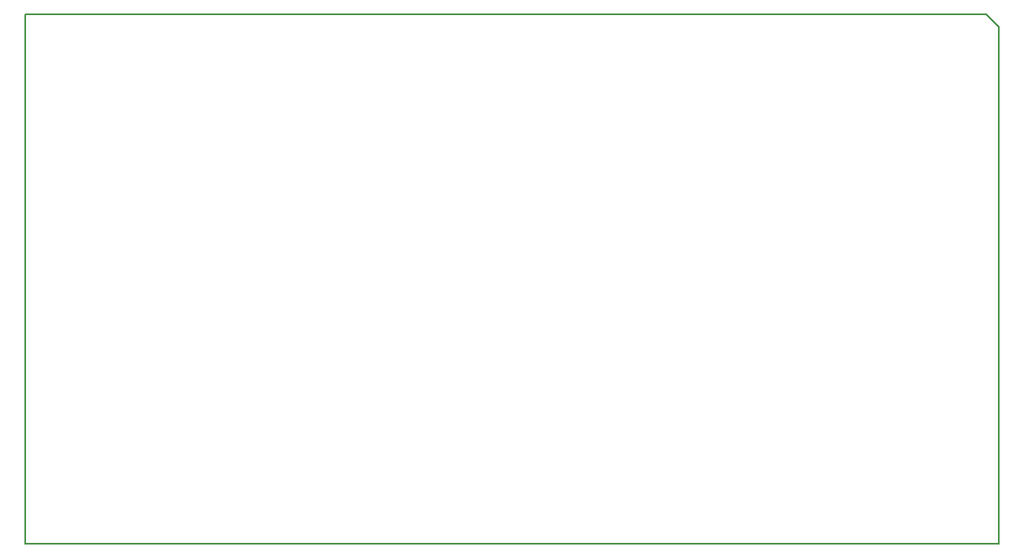
<source format=gm1>
G04 #@! TF.FileFunction,Profile,NP*
%FSLAX46Y46*%
G04 Gerber Fmt 4.6, Leading zero omitted, Abs format (unit mm)*
G04 Created by KiCad (PCBNEW 4.0.2-4+6225~38~ubuntu14.04.1-stable) date Fri 18 Mar 2016 20:44:09 GMT*
%MOMM*%
G01*
G04 APERTURE LIST*
%ADD10C,0.100000*%
%ADD11C,0.200000*%
G04 APERTURE END LIST*
D10*
D11*
X223012000Y-80010000D02*
X223012000Y-132080000D01*
X221742000Y-78740000D02*
X223012000Y-80010000D01*
X124968000Y-78740000D02*
X221742000Y-78740000D01*
X124968000Y-132080000D02*
X124968000Y-78740000D01*
X223012000Y-132080000D02*
X124968000Y-132080000D01*
M02*

</source>
